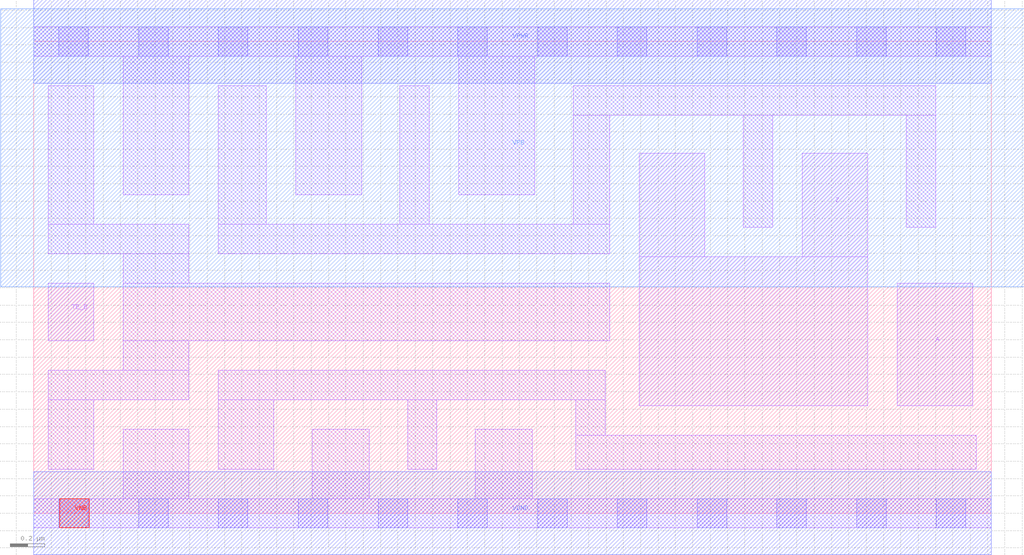
<source format=lef>
# Copyright 2020 The SkyWater PDK Authors
#
# Licensed under the Apache License, Version 2.0 (the "License");
# you may not use this file except in compliance with the License.
# You may obtain a copy of the License at
#
#     https://www.apache.org/licenses/LICENSE-2.0
#
# Unless required by applicable law or agreed to in writing, software
# distributed under the License is distributed on an "AS IS" BASIS,
# WITHOUT WARRANTIES OR CONDITIONS OF ANY KIND, either express or implied.
# See the License for the specific language governing permissions and
# limitations under the License.
#
# SPDX-License-Identifier: Apache-2.0

VERSION 5.7 ;
  NOWIREEXTENSIONATPIN ON ;
  DIVIDERCHAR "/" ;
  BUSBITCHARS "[]" ;
PROPERTYDEFINITIONS
  MACRO maskLayoutSubType STRING ;
  MACRO prCellType STRING ;
  MACRO originalViewName STRING ;
END PROPERTYDEFINITIONS
MACRO sky130_fd_sc_hdll__einvn_4
  CLASS CORE ;
  FOREIGN sky130_fd_sc_hdll__einvn_4 ;
  ORIGIN  0.000000  0.000000 ;
  SIZE  5.520000 BY  2.720000 ;
  SYMMETRY X Y R90 ;
  SITE unithd ;
  PIN A
    ANTENNAGATEAREA  1.110000 ;
    DIRECTION INPUT ;
    USE SIGNAL ;
    PORT
      LAYER li1 ;
        RECT 4.980000 0.620000 5.415000 1.325000 ;
    END
  END A
  PIN TE_B
    ANTENNAGATEAREA  0.954300 ;
    DIRECTION INPUT ;
    USE SIGNAL ;
    PORT
      LAYER li1 ;
        RECT 0.085000 0.995000 0.345000 1.325000 ;
    END
  END TE_B
  PIN VNB
    PORT
      LAYER pwell ;
        RECT 0.150000 -0.085000 0.320000 0.085000 ;
    END
  END VNB
  PIN VPB
    PORT
      LAYER nwell ;
        RECT -0.190000 1.305000 5.710000 2.910000 ;
    END
  END VPB
  PIN Z
    ANTENNADIFFAREA  0.996000 ;
    DIRECTION OUTPUT ;
    USE SIGNAL ;
    PORT
      LAYER li1 ;
        RECT 3.490000 0.620000 4.810000 1.480000 ;
        RECT 3.490000 1.480000 3.870000 2.075000 ;
        RECT 4.430000 1.480000 4.810000 2.075000 ;
    END
  END Z
  PIN VGND
    DIRECTION INOUT ;
    USE GROUND ;
    PORT
      LAYER met1 ;
        RECT 0.000000 -0.240000 5.520000 0.240000 ;
    END
  END VGND
  PIN VPWR
    DIRECTION INOUT ;
    USE POWER ;
    PORT
      LAYER met1 ;
        RECT 0.000000 2.480000 5.520000 2.960000 ;
    END
  END VPWR
  OBS
    LAYER li1 ;
      RECT 0.000000 -0.085000 5.520000 0.085000 ;
      RECT 0.000000  2.635000 5.520000 2.805000 ;
      RECT 0.085000  0.255000 0.345000 0.655000 ;
      RECT 0.085000  0.655000 0.895000 0.825000 ;
      RECT 0.085000  1.495000 0.895000 1.665000 ;
      RECT 0.085000  1.665000 0.345000 2.465000 ;
      RECT 0.515000  0.085000 0.895000 0.485000 ;
      RECT 0.515000  0.825000 0.895000 0.995000 ;
      RECT 0.515000  0.995000 3.320000 1.325000 ;
      RECT 0.515000  1.325000 0.895000 1.495000 ;
      RECT 0.515000  1.835000 0.895000 2.635000 ;
      RECT 1.065000  0.255000 1.385000 0.655000 ;
      RECT 1.065000  0.655000 3.295000 0.825000 ;
      RECT 1.065000  1.495000 3.320000 1.665000 ;
      RECT 1.065000  1.665000 1.340000 2.465000 ;
      RECT 1.510000  1.835000 1.890000 2.635000 ;
      RECT 1.605000  0.085000 1.935000 0.485000 ;
      RECT 2.110000  1.665000 2.280000 2.465000 ;
      RECT 2.155000  0.255000 2.325000 0.655000 ;
      RECT 2.450000  1.835000 2.890000 2.635000 ;
      RECT 2.545000  0.085000 2.875000 0.485000 ;
      RECT 3.110000  1.665000 3.320000 2.295000 ;
      RECT 3.110000  2.295000 5.200000 2.465000 ;
      RECT 3.125000  0.255000 5.435000 0.450000 ;
      RECT 3.125000  0.450000 3.295000 0.655000 ;
      RECT 4.090000  1.650000 4.260000 2.295000 ;
      RECT 5.030000  1.650000 5.200000 2.295000 ;
    LAYER mcon ;
      RECT 0.145000 -0.085000 0.315000 0.085000 ;
      RECT 0.145000  2.635000 0.315000 2.805000 ;
      RECT 0.605000 -0.085000 0.775000 0.085000 ;
      RECT 0.605000  2.635000 0.775000 2.805000 ;
      RECT 1.065000 -0.085000 1.235000 0.085000 ;
      RECT 1.065000  2.635000 1.235000 2.805000 ;
      RECT 1.525000 -0.085000 1.695000 0.085000 ;
      RECT 1.525000  2.635000 1.695000 2.805000 ;
      RECT 1.985000 -0.085000 2.155000 0.085000 ;
      RECT 1.985000  2.635000 2.155000 2.805000 ;
      RECT 2.445000 -0.085000 2.615000 0.085000 ;
      RECT 2.445000  2.635000 2.615000 2.805000 ;
      RECT 2.905000 -0.085000 3.075000 0.085000 ;
      RECT 2.905000  2.635000 3.075000 2.805000 ;
      RECT 3.365000 -0.085000 3.535000 0.085000 ;
      RECT 3.365000  2.635000 3.535000 2.805000 ;
      RECT 3.825000 -0.085000 3.995000 0.085000 ;
      RECT 3.825000  2.635000 3.995000 2.805000 ;
      RECT 4.285000 -0.085000 4.455000 0.085000 ;
      RECT 4.285000  2.635000 4.455000 2.805000 ;
      RECT 4.745000 -0.085000 4.915000 0.085000 ;
      RECT 4.745000  2.635000 4.915000 2.805000 ;
      RECT 5.205000 -0.085000 5.375000 0.085000 ;
      RECT 5.205000  2.635000 5.375000 2.805000 ;
  END
  PROPERTY maskLayoutSubType "abstract" ;
  PROPERTY prCellType "standard" ;
  PROPERTY originalViewName "layout" ;
END sky130_fd_sc_hdll__einvn_4
END LIBRARY

</source>
